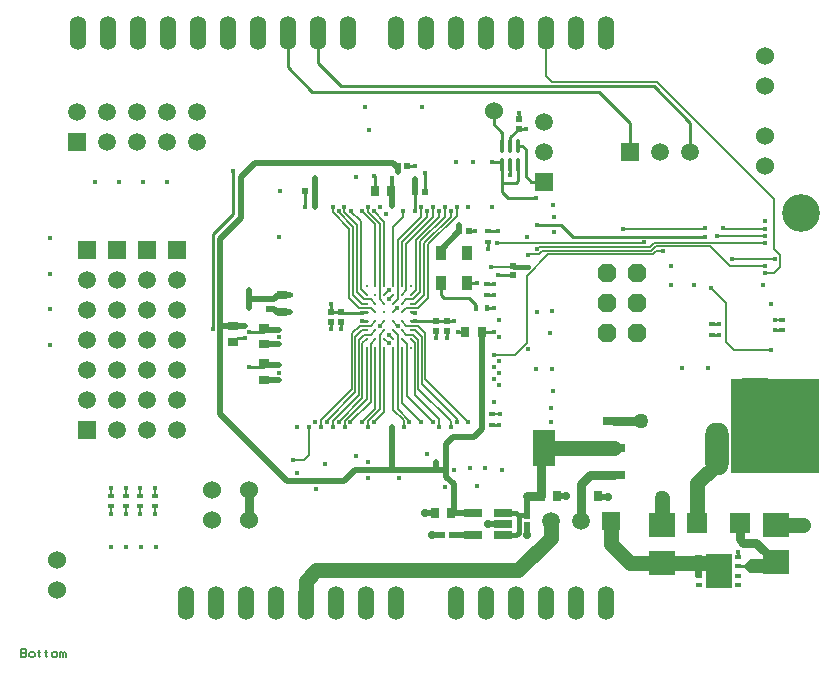
<source format=gbl>
%FSTAX25Y25*%
%MOIN*%
G70*
G01*
G75*
G04 Layer_Physical_Order=4*
G04 Layer_Color=16711680*
%ADD10O,0.01181X0.07087*%
%ADD11O,0.07087X0.01181*%
%ADD12O,0.07284X0.01378*%
%ADD13R,0.08071X0.02756*%
%ADD14R,0.01772X0.02165*%
%ADD15R,0.03150X0.03150*%
%ADD16R,0.01575X0.02559*%
%ADD17R,0.02992X0.06299*%
%ADD18R,0.04528X0.06693*%
%ADD19R,0.02165X0.01772*%
%ADD20R,0.02756X0.03543*%
%ADD21R,0.03543X0.02756*%
%ADD22R,0.02047X0.02047*%
%ADD23R,0.02047X0.02047*%
%ADD24C,0.00669*%
%ADD25C,0.00700*%
%ADD26C,0.01000*%
%ADD27C,0.03000*%
%ADD28C,0.00591*%
%ADD29C,0.00500*%
%ADD30C,0.02000*%
%ADD31C,0.06000*%
%ADD32O,0.07874X0.17716*%
%ADD33O,0.07874X0.15748*%
%ADD34O,0.15748X0.07874*%
%ADD35R,0.05906X0.05906*%
%ADD36C,0.05906*%
%ADD37R,0.05906X0.05906*%
%ADD38P,0.06711X8X112.5*%
%ADD39O,0.05600X0.11200*%
%ADD40C,0.12600*%
%ADD41C,0.01969*%
%ADD42C,0.01600*%
%ADD43C,0.02800*%
%ADD44C,0.01595*%
%ADD45C,0.05000*%
%ADD46C,0.04000*%
%ADD47R,0.70200X0.25400*%
%ADD48C,0.07550*%
%ADD49O,0.07937X0.17779*%
%ADD50O,0.07937X0.15811*%
%ADD51O,0.15811X0.07937*%
%ADD52C,0.07543*%
G04:AMPARAMS|DCode=53|XSize=95.433mil|YSize=95.433mil|CornerRadius=0mil|HoleSize=0mil|Usage=FLASHONLY|Rotation=0.000|XOffset=0mil|YOffset=0mil|HoleType=Round|Shape=Relief|Width=10mil|Gap=10mil|Entries=4|*
%AMTHD53*
7,0,0,0.09543,0.07543,0.01000,45*
%
%ADD53THD53*%
%ADD54C,0.07800*%
%ADD55C,0.07400*%
G04:AMPARAMS|DCode=56|XSize=95.5mil|YSize=95.5mil|CornerRadius=0mil|HoleSize=0mil|Usage=FLASHONLY|Rotation=0.000|XOffset=0mil|YOffset=0mil|HoleType=Round|Shape=Relief|Width=10mil|Gap=10mil|Entries=4|*
%AMTHD56*
7,0,0,0.09550,0.07550,0.01000,45*
%
%ADD56THD56*%
%ADD57C,0.16600*%
G04:AMPARAMS|DCode=58|XSize=70mil|YSize=70mil|CornerRadius=0mil|HoleSize=0mil|Usage=FLASHONLY|Rotation=0.000|XOffset=0mil|YOffset=0mil|HoleType=Round|Shape=Relief|Width=10mil|Gap=10mil|Entries=4|*
%AMTHD58*
7,0,0,0.07000,0.05000,0.01000,45*
%
%ADD58THD58*%
%ADD59C,0.05600*%
%ADD60C,0.06800*%
%AMTHOVALD61*
21,1,0.07874,0.09937,0,0,270.0*
1,1,0.09937,0.00000,0.03937*
1,1,0.09937,0.00000,-0.03937*
21,0,0.07874,0.07937,0,0,270.0*
1,0,0.07937,0.00000,0.03937*
1,0,0.07937,0.00000,-0.03937*
4,0,4,-0.00354,0.03583,-0.03867,0.07097,-0.03160,0.07804,0.00354,0.04291,-0.00354,0.03583,0.0*
4,0,4,-0.00354,-0.04291,0.03160,-0.07804,0.03867,-0.07097,0.00354,-0.03583,-0.00354,-0.04291,0.0*
4,0,4,-0.00354,0.04291,0.03160,0.07804,0.03867,0.07097,0.00354,0.03583,-0.00354,0.04291,0.0*
4,0,4,-0.00354,-0.03583,-0.03867,-0.07097,-0.03160,-0.07804,0.00354,-0.04291,-0.00354,-0.03583,0.0*
%
%ADD61THOVALD61*%

%AMTHOVALD62*
21,1,0.07874,0.09937,0,0,180.0*
1,1,0.09937,0.03937,0.00000*
1,1,0.09937,-0.03937,0.00000*
21,0,0.07874,0.07937,0,0,180.0*
1,0,0.07937,0.03937,0.00000*
1,0,0.07937,-0.03937,0.00000*
4,0,4,0.03583,0.00354,0.07097,0.03867,0.07804,0.03160,0.04291,-0.00354,0.03583,0.00354,0.0*
4,0,4,-0.04291,0.00354,-0.07804,-0.03160,-0.07097,-0.03867,-0.03583,-0.00354,-0.04291,0.00354,0.0*
4,0,4,0.04291,0.00354,0.07804,-0.03160,0.07097,-0.03867,0.03583,-0.00354,0.04291,0.00354,0.0*
4,0,4,-0.03583,0.00354,-0.07097,0.03867,-0.07804,0.03160,-0.04291,-0.00354,-0.03583,0.00354,0.0*
%
%ADD62THOVALD62*%

G04:AMPARAMS|DCode=63|XSize=98mil|YSize=98mil|CornerRadius=0mil|HoleSize=0mil|Usage=FLASHONLY|Rotation=0.000|XOffset=0mil|YOffset=0mil|HoleType=Round|Shape=Relief|Width=10mil|Gap=10mil|Entries=4|*
%AMTHD63*
7,0,0,0.09800,0.07800,0.01000,45*
%
%ADD63THD63*%
G04:AMPARAMS|DCode=64|XSize=94mil|YSize=94mil|CornerRadius=0mil|HoleSize=0mil|Usage=FLASHONLY|Rotation=0.000|XOffset=0mil|YOffset=0mil|HoleType=Round|Shape=Relief|Width=10mil|Gap=10mil|Entries=4|*
%AMTHD64*
7,0,0,0.09400,0.07400,0.01000,45*
%
%ADD64THD64*%
G04:AMPARAMS|DCode=65|XSize=76mil|YSize=76mil|CornerRadius=0mil|HoleSize=0mil|Usage=FLASHONLY|Rotation=0.000|XOffset=0mil|YOffset=0mil|HoleType=Round|Shape=Relief|Width=10mil|Gap=10mil|Entries=4|*
%AMTHD65*
7,0,0,0.07600,0.05600,0.01000,45*
%
%ADD65THD65*%
G04:AMPARAMS|DCode=66|XSize=88mil|YSize=88mil|CornerRadius=0mil|HoleSize=0mil|Usage=FLASHONLY|Rotation=0.000|XOffset=0mil|YOffset=0mil|HoleType=Round|Shape=Relief|Width=10mil|Gap=10mil|Entries=4|*
%AMTHD66*
7,0,0,0.08800,0.06800,0.01000,45*
%
%ADD66THD66*%
%ADD67O,0.01378X0.04724*%
%ADD68R,0.07480X0.03150*%
%ADD69R,0.07480X0.12205*%
%ADD70R,0.06299X0.02559*%
%ADD71R,0.08661X0.11811*%
%ADD72R,0.01969X0.01181*%
%ADD73C,0.01181*%
%ADD74R,0.03543X0.04724*%
%ADD75R,0.06693X0.06614*%
%ADD76R,0.08661X0.07874*%
%ADD77C,0.05000*%
%ADD78C,0.01300*%
%ADD79C,0.01500*%
%ADD80R,0.29232X0.31693*%
G36*
X03271Y01186D02*
X03247D01*
Y0126D01*
X03271D01*
Y01186D01*
D02*
G37*
G36*
X03477Y01199D02*
X0343D01*
X03412Y01217D01*
Y01228D01*
X03431Y01247D01*
X03477D01*
Y01199D01*
D02*
G37*
D14*
X0251728Y02084D02*
D03*
X0255272D02*
D03*
D19*
X0144882Y0142323D02*
D03*
Y0145866D02*
D03*
X02556Y0234072D02*
D03*
Y0230528D02*
D03*
X02555Y0212728D02*
D03*
Y0216272D02*
D03*
X02571Y0173072D02*
D03*
Y0169528D02*
D03*
X0353839Y0204527D02*
D03*
Y0200984D02*
D03*
X0330543Y0199515D02*
D03*
Y0203058D02*
D03*
X0129921Y0142323D02*
D03*
Y0145866D02*
D03*
X0135039Y0142323D02*
D03*
Y0145866D02*
D03*
X0139764Y0142323D02*
D03*
Y0145866D02*
D03*
D20*
X0273344Y01456D02*
D03*
X0278856D02*
D03*
X0238044Y01402D02*
D03*
X0243556D02*
D03*
X0223456Y02474D02*
D03*
X0217944D02*
D03*
X0253756Y02005D02*
D03*
X0248244D02*
D03*
X0286744Y01456D02*
D03*
X0292256D02*
D03*
D21*
X01812Y0189956D02*
D03*
Y0184444D02*
D03*
Y0201756D02*
D03*
Y0196244D02*
D03*
X0187Y0207044D02*
D03*
Y0212556D02*
D03*
X01707Y0202456D02*
D03*
Y0196944D02*
D03*
D22*
X0243675Y01326D02*
D03*
X0240525D02*
D03*
X0249375Y02341D02*
D03*
X0246225D02*
D03*
X0234675Y02471D02*
D03*
X0231525D02*
D03*
X019485Y0247335D02*
D03*
X0198D02*
D03*
X0225625Y02558D02*
D03*
X0228775D02*
D03*
D23*
X02068Y0206875D02*
D03*
Y0203725D02*
D03*
X02385Y0203975D02*
D03*
Y0200825D02*
D03*
X0265945Y026811D02*
D03*
Y027126D02*
D03*
X02688Y0139075D02*
D03*
Y0135925D02*
D03*
X02642Y0219325D02*
D03*
Y0222475D02*
D03*
X01827Y0211275D02*
D03*
Y0208125D02*
D03*
X0242Y0203975D02*
D03*
Y0200825D02*
D03*
X02033Y0206875D02*
D03*
Y0203725D02*
D03*
D24*
X0144882Y0145866D02*
Y0148425D01*
X0269159Y0226128D02*
X0269454Y0226423D01*
X0272775D01*
X0272082Y0228097D02*
X0272654Y0228669D01*
X0272775Y0226423D02*
X0273813Y0227461D01*
X02588Y02301D02*
X0307776D01*
X0289329Y0227461D02*
X0289357Y0227432D01*
X0273813Y0227461D02*
X0289329D01*
X0289829Y0228669D02*
X0289858Y0228641D01*
X0272654Y0228669D02*
X0289829D01*
X0336417Y0222342D02*
X0347933D01*
X0329822Y0228938D02*
X0336417Y0222342D01*
X0347708Y0230147D02*
X0347933Y0229921D01*
X0309743Y0228641D02*
X0311249Y0230147D01*
X0310244Y0227432D02*
X031175Y0228938D01*
X0289357Y0227432D02*
X0310244D01*
X0289858Y0228641D02*
X0309743D01*
X031175Y0228938D02*
X0329822D01*
X0311249Y0230147D02*
X0347708D01*
D25*
X0275Y02857D02*
X0277027Y0283673D01*
X0275Y02857D02*
Y03D01*
X033703Y0224803D02*
X0337117Y0224716D01*
X0351378Y0204528D02*
X0353839D01*
X0257801Y0192695D02*
X0264644D01*
X0268799Y019685D01*
Y0219193D01*
X0275815Y0226208D01*
X0347835Y0232579D02*
X0347933Y0232677D01*
X0333957Y0234941D02*
X0334055Y0234842D01*
X0347933D01*
X0311807Y0227264D02*
X0314173D01*
X0310751Y0226208D02*
X0311807Y0227264D01*
X0275815Y0226208D02*
X0310751D01*
X0347835Y0232382D02*
X0347933Y023248D01*
X0332Y0232382D02*
X0347835D01*
X0327854Y0234842D02*
X0327953Y0234941D01*
X0300689Y0234842D02*
X0327854D01*
X0277027Y0283673D02*
X0312193D01*
X0351181Y0244685D01*
X0337117Y0224716D02*
X0351378D01*
X0351181Y0227953D02*
Y0244685D01*
Y0227953D02*
X0353248Y0225886D01*
X0347933Y0219882D02*
X0351083D01*
X0353248Y0222047D01*
Y0225886D01*
D26*
X0330543Y0203058D02*
X0332684D01*
X0268307Y0252362D02*
Y0261221D01*
X0267028Y02625D02*
X0268307Y0261221D01*
X026565Y02625D02*
X0267028D01*
X0270177Y0250492D02*
X0274508D01*
X0268307Y0252362D02*
X0270177Y0250492D01*
X0164061Y0233057D02*
X0170669Y0239665D01*
X0164061Y0201476D02*
Y0233057D01*
X0170669Y0239665D02*
Y0254134D01*
X0303248Y0260531D02*
Y026998D01*
X0292815Y0280413D02*
X0303248Y026998D01*
X0197187Y0280413D02*
X0292815D01*
X0189Y02886D02*
X0197187Y0280413D01*
X0199Y02899D02*
X0206616Y0282283D01*
X0231398Y0206791D02*
X0231496D01*
X0231398D02*
Y0206798D01*
X0231459Y0206859D01*
X0231442Y0206876D02*
X0231459Y0206859D01*
X0217944Y02474D02*
Y0252233D01*
X0217913Y0252264D02*
X0217944Y0252233D01*
X02571Y0169528D02*
X0259328D01*
X02593Y01695D02*
X0259328Y0169528D01*
X0259Y02193D02*
X0259025Y0219325D01*
X02642D01*
X02555Y02282D02*
X02556Y02283D01*
Y0230528D01*
X0258928Y0234072D02*
X0259Y0234D01*
X02556Y0234072D02*
X0258928D01*
X02385Y01983D02*
Y0200825D01*
X0242Y01983D02*
Y0200825D01*
Y0203975D02*
X0244525D01*
X03516Y0136199D02*
X0356999D01*
X0339196Y0127096D02*
X03392Y01271D01*
X0339196Y0125424D02*
Y0127096D01*
Y0122275D02*
X0341575D01*
X0251979Y0216779D02*
X0252Y02168D01*
X0248631Y0216779D02*
X0251979D01*
X0257757Y02084D02*
X0257801Y0208443D01*
X0255272Y02084D02*
X0257757D01*
X0251728D02*
Y0209272D01*
X02494Y02116D02*
X0251728Y0209272D01*
X0241Y02116D02*
X02494D01*
X0239969Y0212631D02*
X0241Y02116D01*
X0239969Y0212631D02*
Y0216779D01*
X0203318Y0207093D02*
Y0209618D01*
Y0207093D02*
X0206818D01*
X0207152Y0206759D02*
X0213859D01*
X0206818Y0207093D02*
X0207152Y0206759D01*
X0203318Y0201418D02*
Y0203943D01*
X0206818Y0201418D02*
Y0203943D01*
X0238166Y0204059D02*
X02385Y0203725D01*
X0231459Y0204059D02*
X0238166D01*
X02385Y0203975D02*
X0242D01*
X0230029Y0203924D02*
X0231424D01*
X0213995D02*
X0215265D01*
X0213859Y0204059D02*
X0213995Y0203924D01*
X0213876Y0206876D02*
X0215265D01*
X0230029D02*
X0231442D01*
X0189Y02886D02*
Y03D01*
X0199Y02899D02*
Y03D01*
X0176198Y0200506D02*
X0180931D01*
X01762Y01888D02*
X0181025D01*
X0172256Y01985D02*
X01747D01*
X01707Y0196944D02*
X0172256Y01985D01*
X019485Y024215D02*
Y0247335D01*
X01948Y02421D02*
X019485Y024215D01*
X0228775Y02558D02*
X02314D01*
X0231474Y0240593D02*
Y0247048D01*
X0234675Y02471D02*
Y0253475D01*
X0253756Y02005D02*
X02578D01*
X0245719D02*
X0248244D01*
X0181025Y01888D02*
X0181525Y01893D01*
X0180931Y0200506D02*
X0181525Y02011D01*
X02555Y0216272D02*
X0257755D01*
X0257769Y0216286D01*
X02555Y0212728D02*
X0257672D01*
X02577Y02127D01*
X0249375Y02341D02*
X025145D01*
X02625Y0245079D02*
X0271752D01*
X0260531Y0247047D02*
X02625Y0245079D01*
X026565Y0250689D02*
Y0256201D01*
X0260531Y0247047D02*
Y0250197D01*
Y0256201D01*
X026309Y0252854D02*
Y0256201D01*
X0265158Y0250197D02*
X026565Y0250689D01*
X0260531Y0250197D02*
X0265158D01*
X0260039Y0257185D02*
X0260531Y0256693D01*
Y0256201D02*
Y0256693D01*
X026309Y02625D02*
Y0265256D01*
X0265945Y026811D01*
X0268504D01*
X0268504Y026811D01*
X0257185Y0257185D02*
X0260039D01*
X0265945Y027126D02*
X0266142Y0271063D01*
X0265945Y027126D02*
Y0273425D01*
X0257776Y0269587D02*
Y0274114D01*
Y0269587D02*
X0260531Y0266831D01*
Y02625D02*
Y0266831D01*
X0330543Y0199515D02*
X033267D01*
X0332677Y0199508D01*
X0351673Y0200984D02*
X0353839D01*
X0351476Y0201181D02*
X0351673Y0200984D01*
X0272Y02361D02*
X028014D01*
X0284055Y0232185D01*
X0327953D01*
X0206616Y0282283D02*
X0310945D01*
X0323248Y026998D01*
Y0260531D02*
Y026998D01*
D27*
X0273344Y01456D02*
Y0160658D01*
X0274486Y01618D01*
X0289745Y0152745D02*
X0297714D01*
X0286744Y0149744D02*
X0289745Y0152745D01*
X0286744Y01456D02*
Y0149744D01*
X02867Y0145556D02*
X0286744Y01456D01*
X02867Y01375D02*
Y0145556D01*
X0297714Y0170855D02*
X0306815D01*
X0345001Y01302D02*
X03516Y0123601D01*
X03408Y01302D02*
X0345001D01*
X0339647Y0131353D02*
X03408Y01302D01*
X0339647Y0131353D02*
Y01366D01*
X02687Y01456D02*
X0273344D01*
X0175984Y0147795D02*
X0176444Y0147335D01*
X0175984Y0137795D02*
Y0147795D01*
D28*
X0129921Y0145866D02*
Y0148425D01*
D29*
X0144882Y0139764D02*
Y0142323D01*
X0139764Y0139764D02*
Y0142323D01*
X0135039Y0139764D02*
Y0142323D01*
X0129921Y0139764D02*
Y0142323D01*
X0139764Y0145866D02*
Y0148425D01*
X0135039Y0145866D02*
Y0148425D01*
X0216757Y0211319D02*
X0218218Y0209858D01*
X0214458Y0211319D02*
X0216757D01*
X0212135Y0213641D02*
X0214458Y0211319D01*
X0216728Y0208366D02*
X0218218Y0206876D01*
X021291Y0208366D02*
X0216728D01*
X0209435Y0211841D02*
X021291Y0208366D01*
X0232169D02*
X0232384D01*
X0235859Y0211841D01*
X0228581Y0208381D02*
X0232154D01*
X0232169Y0208366D01*
X0227076Y0206876D02*
X0228581Y0208381D01*
X0230837Y0211319D02*
X0233159Y0213641D01*
X0228537Y0211319D02*
X0230837D01*
X0227076Y0209858D02*
X0228537Y0211319D01*
X0216784Y0199508D02*
X0218218Y0200942D01*
X0214484Y0199508D02*
X0216784D01*
X0212697Y0197721D02*
X0214484Y0199508D01*
X0212697Y0179528D02*
Y0197721D01*
X0203937Y0170768D02*
X0212697Y0179528D01*
X0203937Y0168859D02*
Y0170768D01*
X0210459Y0181424D02*
Y0199983D01*
X0200063Y0171028D02*
X0210459Y0181424D01*
X0200063Y0168859D02*
Y0171028D01*
X0211516Y0198739D02*
X0213747Y0200971D01*
X0211516Y0180217D02*
Y0198739D01*
X0202Y0170701D02*
X0211516Y0180217D01*
X0213859Y0178281D02*
Y0196612D01*
X0205937Y0170359D02*
X0213859Y0178281D01*
X0202Y0170359D02*
Y0170701D01*
X0215265Y0178159D02*
Y0195065D01*
X0207937Y0170831D02*
X0215265Y0178159D01*
X0207937Y0168859D02*
Y0170831D01*
X023081Y0199508D02*
X0232579Y0197739D01*
X022851Y0199508D02*
X023081D01*
X0227076Y0200942D02*
X022851Y0199508D01*
X0232579Y0181439D02*
Y0197739D01*
Y0181439D02*
X0243307Y0170711D01*
X0231547Y0200971D02*
X023376Y0198758D01*
Y0182874D02*
Y0198758D01*
Y0182874D02*
X0245307Y0171327D01*
Y0170359D02*
Y0171327D01*
X0239433Y0168859D02*
Y0171295D01*
X0231435Y0179293D02*
X0239433Y0171295D01*
X0231435Y0179293D02*
Y0196612D01*
X0245297Y0238998D02*
Y0242101D01*
X0235859Y022956D02*
X0245297Y0238998D01*
X0235859Y0211841D02*
Y022956D01*
X0209941Y0240647D02*
Y0240748D01*
X0209895Y0240601D02*
X0209941Y0240647D01*
X0209895Y0240601D02*
X0213259Y0237237D01*
X0207895Y0240405D02*
X0212135Y0236165D01*
X0207895Y0240405D02*
Y0242101D01*
X0263925Y02222D02*
X02642Y0222475D01*
X02567Y02222D02*
X0263925D01*
X02571Y0173072D02*
X0257128Y01731D01*
X02598D01*
X0204Y02403D02*
Y024208D01*
Y02403D02*
X0209435Y0234865D01*
Y0211841D02*
Y0234865D01*
X0212135Y0213641D02*
Y0236165D01*
X0205958Y0240328D02*
X0210835Y023545D01*
X0205958Y0240328D02*
Y0240601D01*
X0210835Y0212741D02*
Y023545D01*
X0204Y024208D02*
X0204021Y0242101D01*
X0217769Y0240601D02*
X0221171Y0237199D01*
Y0215735D02*
Y0237199D01*
X0219659Y0211341D02*
Y0236441D01*
X0215832Y0240268D02*
X0219659Y0236441D01*
X0215832Y0240268D02*
Y0242101D01*
X0213832Y0240601D02*
X0218218Y0236215D01*
Y0215735D02*
Y0236215D01*
X0224124Y0215735D02*
Y0235224D01*
X0227549Y0238649D01*
Y0240601D01*
X0227076Y0215735D02*
Y0230376D01*
X0235423Y0238723D01*
Y0240601D01*
X0225635Y0211341D02*
Y0231035D01*
X0233443Y0238843D01*
Y0242081D01*
X0228553Y0214258D02*
Y0229853D01*
X0237423Y0238723D01*
Y0242101D01*
X0234459Y0212741D02*
Y0229959D01*
X0243297Y0238797D01*
Y0240601D01*
X0233159Y0213641D02*
Y0230659D01*
X0241297Y0238797D01*
Y0242101D01*
X0231702Y0214455D02*
Y0231202D01*
X023936Y023886D01*
Y0240601D01*
X0224124Y0209829D02*
X0225635Y0211341D01*
X0227076Y0215735D02*
X0227259Y0215917D01*
X0227076Y0212782D02*
X0228553Y0214258D01*
X0230029Y0212782D02*
Y0212782D01*
X0231702Y0214455D01*
X0227076Y0209829D02*
Y0209858D01*
X0230029Y0209829D02*
X0231547D01*
X0234459Y0212741D01*
X0205909Y0170109D02*
X0206048Y0170248D01*
X0216659Y0196459D02*
X0218218Y0198018D01*
X0219659Y0199459D02*
X0221171Y0200971D01*
X0216754Y0202459D02*
X0218218Y0203924D01*
X0213747Y0200971D02*
X0215265D01*
X0218218Y0200942D02*
Y0200971D01*
X0221171Y0198018D02*
X022263Y0196559D01*
X0222659Y0199459D02*
X02241Y0198018D01*
X0221171Y0212782D02*
X022263Y0214241D01*
X0222659Y0211341D02*
X0222683D01*
X022263Y0214241D02*
X0222659D01*
X0221171Y0212782D02*
X022263Y0214241D01*
X0218218Y0209829D02*
Y0209858D01*
X0213747Y0209829D02*
X0215265D01*
X0210835Y0212741D02*
X0213747Y0209829D01*
X0219659Y0211341D02*
X0221171Y0209829D01*
X0213259Y0214788D02*
Y0237237D01*
Y0214788D02*
X0215265Y0212782D01*
X0224124Y0212776D02*
Y0212782D01*
X0222635Y0211288D02*
X0224124Y0212776D01*
X0212935Y0202459D02*
X0216754D01*
X0224124Y0203924D02*
X0225583Y0202465D01*
X0219712D02*
X0221171Y0203924D01*
X0224124Y0206876D02*
X0225583Y0208335D01*
X0213859Y0196612D02*
X0215265Y0198018D01*
X0210459Y0199983D02*
X0212935Y0202459D01*
X0209874Y0170359D02*
X0216659Y0177144D01*
Y0196459D01*
X0217748Y0170359D02*
X0221171Y0173782D01*
Y0195065D01*
X0219659Y0174559D02*
Y0199459D01*
X0215811Y0168859D02*
Y0170711D01*
X0219659Y0174559D01*
X0213811Y0170359D02*
X0218218Y0174766D01*
Y0195065D01*
X0232359Y0202459D02*
X0234835Y0199983D01*
X0230029Y0198018D02*
X0231435Y0196612D01*
X0228541Y0202459D02*
X0232359D01*
X0227076Y0200942D02*
Y0200971D01*
X0230029D02*
X0231547D01*
X0227076Y0203924D02*
X0228541Y0202459D01*
X0224124Y0200971D02*
X0225635Y0199459D01*
X0227076Y0198018D02*
X0228635Y0196459D01*
X0227076Y0176779D02*
X0233496Y0170359D01*
X0227076Y0176779D02*
Y0195065D01*
X0234835Y0184768D02*
X0249244Y0170359D01*
X0234835Y0184768D02*
Y0199983D01*
X0228635Y0179157D02*
X0237433Y0170359D01*
X0228635Y0179157D02*
Y0196459D01*
X0229559Y0170359D02*
Y0170635D01*
X0225635Y0174559D02*
X0229559Y0170635D01*
X0225635Y0174559D02*
Y0199459D01*
X0227622Y0168859D02*
Y0170996D01*
X0224124Y0174495D02*
X0227622Y0170996D01*
X0224124Y0174495D02*
Y0195065D01*
X0243307Y0168859D02*
Y0170711D01*
X0233424Y02421D02*
X02339D01*
X0233424D02*
X0233443Y0242081D01*
X01908Y01577D02*
X01944D01*
X0196Y01593D01*
Y01688D01*
X033499Y0197097D02*
X0337598Y0194488D01*
X0350197D01*
X0329921Y0215059D02*
X033499Y020999D01*
Y0197097D02*
Y020999D01*
X01Y0094768D02*
Y0091969D01*
X01014D01*
X0101866Y0092435D01*
Y0092901D01*
X01014Y0093368D01*
X01D01*
X01014D01*
X0101866Y0093835D01*
Y0094301D01*
X01014Y0094768D01*
X01D01*
X0103266Y0091969D02*
X0104199D01*
X0104665Y0092435D01*
Y0093368D01*
X0104199Y0093835D01*
X0103266D01*
X0102799Y0093368D01*
Y0092435D01*
X0103266Y0091969D01*
X0106065Y0094301D02*
Y0093835D01*
X0105598D01*
X0106531D01*
X0106065D01*
Y0092435D01*
X0106531Y0091969D01*
X0108397Y0094301D02*
Y0093835D01*
X0107931D01*
X0108864D01*
X0108397D01*
Y0092435D01*
X0108864Y0091969D01*
X011073D02*
X0111663D01*
X0112129Y0092435D01*
Y0093368D01*
X0111663Y0093835D01*
X011073D01*
X0110263Y0093368D01*
Y0092435D01*
X011073Y0091969D01*
X0113062D02*
Y0093835D01*
X0113529D01*
X0113996Y0093368D01*
Y0091969D01*
Y0093368D01*
X0114462Y0093835D01*
X0114928Y0093368D01*
Y0091969D01*
D30*
X0188616Y0150689D02*
X0207689D01*
X01664Y0172905D02*
X0188616Y0150689D01*
X01664Y0172905D02*
Y02313D01*
X0207689Y0150689D02*
X02113Y01543D01*
X0238404D02*
X02417D01*
X02511Y01654D02*
X0253756Y0168056D01*
X02442Y01654D02*
X02511D01*
X02417Y01629D02*
X02442Y01654D01*
X02417Y01543D02*
Y01629D01*
X02443Y0140944D02*
Y01496D01*
X02417Y01522D02*
X02443Y01496D01*
X02417Y01522D02*
Y01543D01*
X0243675Y01326D02*
X02484D01*
X024836Y013256D02*
X0250879D01*
X024836D02*
X02484Y01326D01*
X0243675D02*
X02462D01*
X0278856Y01456D02*
X02819D01*
X02557Y01363D02*
X0260721D01*
X02556Y01364D02*
X02557Y01363D01*
X02688Y01327D02*
Y0135925D01*
X02372Y01326D02*
X0240525D01*
X0292256Y01454D02*
X0295625D01*
X02687Y0139525D02*
Y01456D01*
X01666Y0202456D02*
X01707D01*
X0243556Y014004D02*
X0250879D01*
X02348Y01402D02*
X0238044D01*
X02348Y01402D02*
X02348Y01402D01*
X017136Y0202496D02*
X0174688D01*
X0225622Y0253625D02*
Y0255178D01*
X02241Y02567D02*
X0225622Y0255178D01*
X01735Y02522D02*
X0178Y02567D01*
X01735Y02384D02*
Y02522D01*
X01664Y02313D02*
X01735Y02384D01*
X0178Y02567D02*
X02241D01*
X0243556Y01402D02*
X02443Y0140944D01*
X0238404Y01543D02*
Y0157196D01*
X0223685Y01543D02*
X0238404D01*
X0223685D02*
Y0168859D01*
X02113Y01543D02*
X0223685D01*
X0198Y02422D02*
Y0247335D01*
Y02517D01*
X0231525Y02471D02*
Y0251465D01*
X02236Y02425D02*
Y02484D01*
X0187Y0212556D02*
X0189744D01*
X01812Y0184444D02*
X0186175D01*
X0181525Y01893D02*
X01862D01*
X0181525Y02011D02*
X01862D01*
X01812Y0196244D02*
X01862D01*
X0176324Y0211275D02*
X01827D01*
X0176198Y02114D02*
X0176324Y0211275D01*
X0176198Y020838D02*
Y02114D01*
Y0214286D01*
X01827Y0208125D02*
X0184319D01*
X0185819Y0206625D01*
Y0207125D02*
X01897D01*
X01827Y0211275D02*
X0184419D01*
X01857Y0212556D02*
X0187D01*
X0184419Y0211275D02*
X01857Y0212556D01*
X0253756Y0168056D02*
Y02005D01*
X0239969Y0226621D02*
Y0227844D01*
X0246225Y02341D01*
Y0236175D01*
D31*
X0257776Y0274114D02*
D03*
X0112205Y0114409D02*
D03*
Y0124409D02*
D03*
X0175984Y0137795D02*
D03*
Y0147795D02*
D03*
X0163863Y0137833D02*
D03*
Y0147833D02*
D03*
X034813Y0255787D02*
D03*
Y0265787D02*
D03*
Y028252D02*
D03*
Y029252D02*
D03*
D32*
X0332063Y01614D02*
D03*
D33*
X0356472D02*
D03*
D34*
X0344661Y0181085D02*
D03*
D35*
X01187Y02638D02*
D03*
X01222Y01676D02*
D03*
X02967Y01375D02*
D03*
X0303248Y0260531D02*
D03*
D36*
X01187Y02738D02*
D03*
X01287Y02638D02*
D03*
Y02738D02*
D03*
X01387Y02638D02*
D03*
Y02738D02*
D03*
X01487Y02638D02*
D03*
Y02738D02*
D03*
X01587Y02638D02*
D03*
Y02738D02*
D03*
X01222Y01776D02*
D03*
Y01876D02*
D03*
Y01976D02*
D03*
Y02076D02*
D03*
Y02176D02*
D03*
X01522Y01676D02*
D03*
X01422D02*
D03*
X01322D02*
D03*
X0274508Y0260492D02*
D03*
Y0270492D02*
D03*
X01322Y02176D02*
D03*
Y02076D02*
D03*
Y01976D02*
D03*
Y01876D02*
D03*
Y01776D02*
D03*
X01522D02*
D03*
Y01876D02*
D03*
Y01976D02*
D03*
Y02076D02*
D03*
Y02176D02*
D03*
X01422D02*
D03*
Y02076D02*
D03*
Y01976D02*
D03*
Y01876D02*
D03*
Y01776D02*
D03*
X02867Y01375D02*
D03*
X02767D02*
D03*
X0323248Y0260531D02*
D03*
X0313248D02*
D03*
D37*
X01222Y02276D02*
D03*
X0274508Y0250492D02*
D03*
X01322Y02276D02*
D03*
X01522D02*
D03*
X01422D02*
D03*
D38*
X03055Y02D02*
D03*
X02955D02*
D03*
X03055Y021D02*
D03*
X02955D02*
D03*
X03055Y022D02*
D03*
X02955D02*
D03*
D39*
X0119Y03D02*
D03*
X0129D02*
D03*
X0139D02*
D03*
X0149D02*
D03*
X0159D02*
D03*
X0169D02*
D03*
X0179D02*
D03*
X0189D02*
D03*
X0199D02*
D03*
X0209D02*
D03*
X0225D02*
D03*
X0235D02*
D03*
X0245D02*
D03*
X0255D02*
D03*
X0265D02*
D03*
X0275D02*
D03*
X0285D02*
D03*
X0295D02*
D03*
Y011D02*
D03*
X0285D02*
D03*
X0275D02*
D03*
X0265D02*
D03*
X0255D02*
D03*
X0245D02*
D03*
X0155D02*
D03*
X0165D02*
D03*
X0175D02*
D03*
X0185D02*
D03*
X0195D02*
D03*
X0205D02*
D03*
X0215D02*
D03*
X0225D02*
D03*
D40*
X036Y024D02*
D03*
D41*
X03327Y0117944D02*
D03*
Y0123456D02*
D03*
X0330732Y01207D02*
D03*
X0334668D02*
D03*
D42*
X0347399Y0215945D02*
D03*
X0130079Y0128661D02*
D03*
X0135079D02*
D03*
X0140079D02*
D03*
X0145079D02*
D03*
X0144882Y0139764D02*
D03*
X0139764D02*
D03*
X0135039D02*
D03*
X0129921D02*
D03*
X0144882Y0148425D02*
D03*
X0139764D02*
D03*
X0135039D02*
D03*
X0129921D02*
D03*
X0109744Y0231594D02*
D03*
Y0219783D02*
D03*
Y0207972D02*
D03*
Y0196161D02*
D03*
X0164061Y0201476D02*
D03*
X0170669Y0254134D02*
D03*
X0231496Y0206791D02*
D03*
X0209941Y0240748D02*
D03*
X0217913Y0252264D02*
D03*
X0198425Y014813D02*
D03*
X01908Y01577D02*
D03*
X02593Y01695D02*
D03*
X0259Y0219325D02*
D03*
X02216Y02397D02*
D03*
X02236Y02425D02*
D03*
X0320472Y0188206D02*
D03*
X02444Y015435D02*
D03*
X02603Y01543D02*
D03*
X02598Y01731D02*
D03*
X02769Y01703D02*
D03*
Y0175D02*
D03*
X02556Y02281D02*
D03*
X02385Y01983D02*
D03*
X0242D02*
D03*
X0244525Y0203975D02*
D03*
X02688Y0141219D02*
D03*
X0270844Y01456D02*
D03*
X02687Y01456D02*
D03*
X03392Y01271D02*
D03*
X02777Y02387D02*
D03*
X0272Y02361D02*
D03*
X02686Y0232D02*
D03*
X0277572Y02426D02*
D03*
X0332684Y0203058D02*
D03*
X0329072Y0188206D02*
D03*
X0269159Y0226128D02*
D03*
X0272082Y0228097D02*
D03*
X0269088Y0194632D02*
D03*
X0252Y02168D02*
D03*
X0257108Y0242101D02*
D03*
X0186049Y0232065D02*
D03*
X0257769Y0216286D02*
D03*
Y0176916D02*
D03*
X0259301Y0182821D02*
D03*
X0257801Y0188758D02*
D03*
Y0184821D02*
D03*
Y0208443D02*
D03*
X0259301Y0186821D02*
D03*
Y0190695D02*
D03*
X0257801Y0192695D02*
D03*
X0198063Y0170359D02*
D03*
X0211811Y0159031D02*
D03*
X0204021Y0242101D02*
D03*
X0205958Y0240601D02*
D03*
X0207895Y0242101D02*
D03*
X0219706D02*
D03*
X0217769Y0240601D02*
D03*
X0213832D02*
D03*
X0215832Y0242101D02*
D03*
X0235423Y0240601D02*
D03*
X0237423Y0242101D02*
D03*
X023936Y0240601D02*
D03*
X0243297D02*
D03*
X0241297Y0242101D02*
D03*
X0245297D02*
D03*
X0203318Y0209618D02*
D03*
Y0201418D02*
D03*
X0206818D02*
D03*
X0211832Y0251888D02*
D03*
X0174688Y0202496D02*
D03*
X0259Y0234D02*
D03*
X0233496Y0170359D02*
D03*
X0237433D02*
D03*
X0239433Y0168859D02*
D03*
X0249244Y0170359D02*
D03*
X0245307D02*
D03*
X0243307Y0168859D02*
D03*
X0215811D02*
D03*
X0213811Y0170359D02*
D03*
X0217748D02*
D03*
X0209874D02*
D03*
X0207937Y0168859D02*
D03*
X0231459Y0204059D02*
D03*
X0222659Y0196559D02*
D03*
Y0199459D02*
D03*
X0222635Y0211288D02*
D03*
X0222659Y0214241D02*
D03*
X0213859Y0206759D02*
D03*
X0225612Y0202465D02*
D03*
X0219712Y0202435D02*
D03*
X0225583Y0208365D02*
D03*
X0200063Y0168859D02*
D03*
X0202Y0170359D02*
D03*
X0205937D02*
D03*
X0203937Y0168859D02*
D03*
X0213859Y0204059D02*
D03*
X0229559Y0170359D02*
D03*
X0227622Y0168859D02*
D03*
X0223685D02*
D03*
X0192147Y0168817D02*
D03*
X0192Y01533D02*
D03*
X02384Y01572D02*
D03*
X0241356Y0148644D02*
D03*
X01862Y01893D02*
D03*
Y0196219D02*
D03*
X0225622Y0253625D02*
D03*
X01865Y02474D02*
D03*
X01948Y02421D02*
D03*
X02314Y02558D02*
D03*
X0233424Y02421D02*
D03*
X0198Y02517D02*
D03*
X0231525Y0251465D02*
D03*
X0227549Y0240601D02*
D03*
X0234675Y0253475D02*
D03*
X02588Y02301D02*
D03*
X02578Y02005D02*
D03*
X0245719Y02005D02*
D03*
X02691Y02222D02*
D03*
X02157Y0151688D02*
D03*
Y01572D02*
D03*
X0201544Y0156356D02*
D03*
X02261Y01517D02*
D03*
X019Y02127D02*
D03*
X01897Y0207125D02*
D03*
X01862Y0184419D02*
D03*
Y0186758D02*
D03*
Y02011D02*
D03*
Y01986D02*
D03*
X0254756Y0155156D02*
D03*
X0249644D02*
D03*
X0235465Y01596D02*
D03*
X02522Y01489D02*
D03*
X0271644Y0187889D02*
D03*
X0277156D02*
D03*
X0277464Y01808D02*
D03*
X025932Y0198569D02*
D03*
X0271949Y0207176D02*
D03*
X0249234Y0242101D02*
D03*
X0245144Y0257156D02*
D03*
X0259325Y0204475D02*
D03*
X0277156Y0207244D02*
D03*
X02764Y02002D02*
D03*
X02577Y02127D02*
D03*
X0246225Y0236175D02*
D03*
X01406Y0250372D02*
D03*
X01326Y02504D02*
D03*
X01246D02*
D03*
X01487Y0250472D02*
D03*
X01747Y01985D02*
D03*
X0196Y01688D02*
D03*
X0250656Y0257156D02*
D03*
X025145Y02341D02*
D03*
X0271752Y0245079D02*
D03*
X026309Y0252854D02*
D03*
X0257185Y0257185D02*
D03*
X0216043Y0267717D02*
D03*
X0268504Y026811D02*
D03*
X0265945Y0273425D02*
D03*
X0214764Y0275492D02*
D03*
X0233661D02*
D03*
X0350197Y0209547D02*
D03*
Y0194488D02*
D03*
X0324508Y0215945D02*
D03*
X0316732Y0216043D02*
D03*
X0332677Y0199508D02*
D03*
X0351476Y0201181D02*
D03*
X0351378Y0204528D02*
D03*
X033703Y0224803D02*
D03*
X0327953Y0232185D02*
D03*
X0347933Y0234842D02*
D03*
Y023248D02*
D03*
Y0229921D02*
D03*
X0314173Y0227264D02*
D03*
X0347933Y0237402D02*
D03*
X0333957Y0234941D02*
D03*
X02776Y02336D02*
D03*
X0307776Y0230315D02*
D03*
X0332Y0232382D02*
D03*
X0327953Y0234941D02*
D03*
X0300689Y0234842D02*
D03*
X0347933Y0222342D02*
D03*
X0329921Y0215059D02*
D03*
X0347933Y0219882D02*
D03*
X0316732Y0222441D02*
D03*
X0351378Y0224705D02*
D03*
D43*
X0348721Y0164764D02*
D03*
X0342224Y0164665D02*
D03*
X0348425Y0172638D02*
D03*
X0342224Y0172539D02*
D03*
X02688Y01327D02*
D03*
X02819Y01456D02*
D03*
X02556Y01364D02*
D03*
X0295625Y01454D02*
D03*
X02372Y01326D02*
D03*
X02348Y01402D02*
D03*
D44*
X0231507Y0240559D02*
D03*
X02236Y02518D02*
D03*
X02567Y02222D02*
D03*
X017623Y0214317D02*
D03*
X0176198Y020838D02*
D03*
X01762Y01888D02*
D03*
X0198Y02422D02*
D03*
X0176198Y0200506D02*
D03*
D45*
X0306815Y0170855D02*
D03*
X0360701Y0136199D02*
D03*
X03138Y01451D02*
D03*
D67*
X0260531Y02625D02*
D03*
X026309D02*
D03*
X026565D02*
D03*
X0260531Y0256201D02*
D03*
X026309D02*
D03*
X026565D02*
D03*
D68*
X0297714Y0170855D02*
D03*
Y01618D02*
D03*
Y0152745D02*
D03*
D69*
X0274486Y01618D02*
D03*
D70*
X0250879Y014004D02*
D03*
Y013256D02*
D03*
X0260721D02*
D03*
Y01363D02*
D03*
Y014004D02*
D03*
D71*
X03327Y01207D02*
D03*
D72*
X0326204Y0125424D02*
D03*
Y0122275D02*
D03*
Y0119125D02*
D03*
Y0115976D02*
D03*
X0339196D02*
D03*
Y0119125D02*
D03*
Y0122275D02*
D03*
Y0125424D02*
D03*
D73*
X0230029Y0215735D02*
D03*
X0227076D02*
D03*
X0224124D02*
D03*
X0221171D02*
D03*
X0218218D02*
D03*
X0215265D02*
D03*
X0230029Y0212782D02*
D03*
X0227076D02*
D03*
X0224124D02*
D03*
X0221171D02*
D03*
X0218218D02*
D03*
X0215265D02*
D03*
X0230029Y0209829D02*
D03*
X0227076D02*
D03*
X0224124D02*
D03*
X0221171D02*
D03*
X0218218D02*
D03*
X0215265D02*
D03*
X0230029Y0206876D02*
D03*
X0227076D02*
D03*
X0224124D02*
D03*
X0221171D02*
D03*
X0218218D02*
D03*
X0215265D02*
D03*
X0230029Y0203924D02*
D03*
X0227076D02*
D03*
X0224124D02*
D03*
X0221171D02*
D03*
X0218218D02*
D03*
X0215265D02*
D03*
X0230029Y0200971D02*
D03*
X0227076D02*
D03*
X0224124D02*
D03*
X0221171D02*
D03*
X0218218D02*
D03*
X0215265D02*
D03*
X0230029Y0198018D02*
D03*
X0227076D02*
D03*
X0224124D02*
D03*
X0221171D02*
D03*
X0218218D02*
D03*
X0215265D02*
D03*
X0230029Y0195065D02*
D03*
X0227076D02*
D03*
X0224124D02*
D03*
X0221171D02*
D03*
X0218218D02*
D03*
X0215265D02*
D03*
D74*
X0248631Y0226621D02*
D03*
Y0216779D02*
D03*
X0239969Y0226621D02*
D03*
Y0216779D02*
D03*
D75*
X0325553Y01366D02*
D03*
X0339647D02*
D03*
D76*
X03516Y0136199D02*
D03*
Y0123601D02*
D03*
X03138Y0135999D02*
D03*
Y0123401D02*
D03*
D77*
X0324655Y0123456D02*
X03327D01*
X0325553Y0149969D02*
X0332063Y0156479D01*
X0325553Y01366D02*
Y0149969D01*
X02767Y01318D02*
Y01375D01*
X0274486Y01618D02*
X0297714D01*
X02967Y01297D02*
Y01375D01*
Y01297D02*
X0302999Y0123401D01*
X03138D01*
X03246D01*
X03516Y0136199D02*
X0360701D01*
X03138Y0135999D02*
Y01451D01*
X02658Y01209D02*
X02767Y01318D01*
X0195Y011D02*
Y01175D01*
X01984Y01209D01*
X02658D01*
D78*
X02236Y02484D02*
Y02518D01*
X0231474Y0247048D02*
X0231525Y02471D01*
X0231474Y0240593D02*
X0231507Y0240559D01*
D79*
X02645Y0222175D02*
X02691D01*
X0266Y01335D02*
Y01391D01*
X026506Y013256D02*
X0266Y01335D01*
X0260721Y013256D02*
X026506D01*
X026506Y014004D02*
X0266Y01391D01*
X0260721Y014004D02*
X026506D01*
X02658Y01393D02*
X0268625D01*
X02642Y0222475D02*
X02645Y0222175D01*
D80*
X0351526Y0169193D02*
D03*
M02*

</source>
